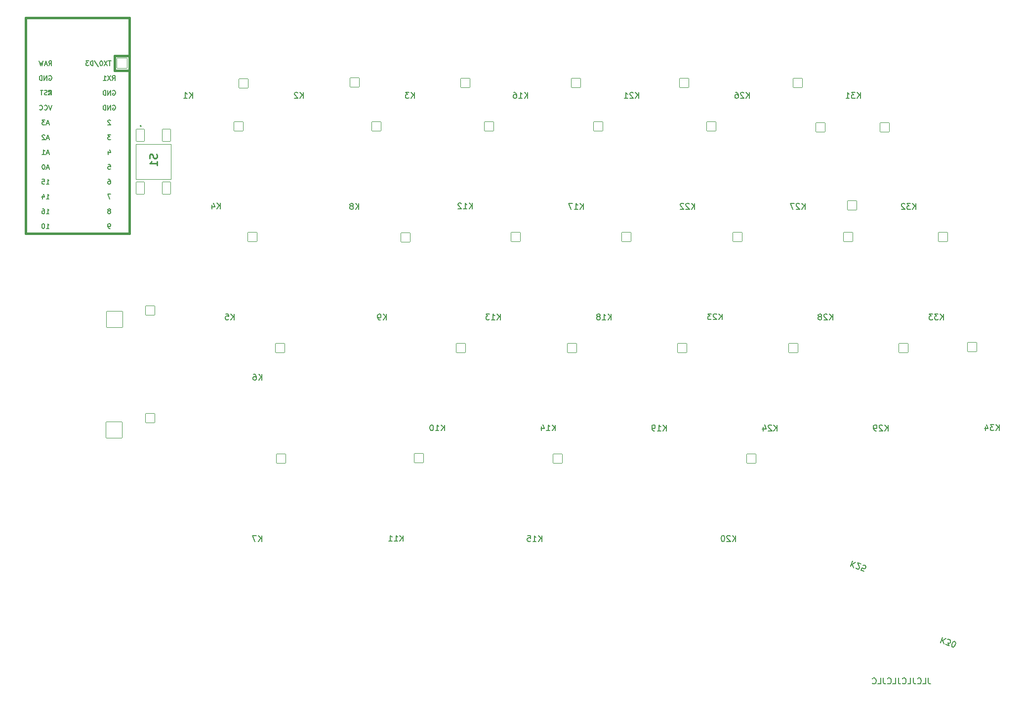
<source format=gbo>
G04 #@! TF.GenerationSoftware,KiCad,Pcbnew,(6.0.10-0)*
G04 #@! TF.CreationDate,2022-12-25T19:45:41-08:00*
G04 #@! TF.ProjectId,left,6c656674-2e6b-4696-9361-645f70636258,rev?*
G04 #@! TF.SameCoordinates,Original*
G04 #@! TF.FileFunction,Legend,Bot*
G04 #@! TF.FilePolarity,Positive*
%FSLAX46Y46*%
G04 Gerber Fmt 4.6, Leading zero omitted, Abs format (unit mm)*
G04 Created by KiCad (PCBNEW (6.0.10-0)) date 2022-12-25 19:45:41*
%MOMM*%
%LPD*%
G01*
G04 APERTURE LIST*
G04 Aperture macros list*
%AMRoundRect*
0 Rectangle with rounded corners*
0 $1 Rounding radius*
0 $2 $3 $4 $5 $6 $7 $8 $9 X,Y pos of 4 corners*
0 Add a 4 corners polygon primitive as box body*
4,1,4,$2,$3,$4,$5,$6,$7,$8,$9,$2,$3,0*
0 Add four circle primitives for the rounded corners*
1,1,$1+$1,$2,$3*
1,1,$1+$1,$4,$5*
1,1,$1+$1,$6,$7*
1,1,$1+$1,$8,$9*
0 Add four rect primitives between the rounded corners*
20,1,$1+$1,$2,$3,$4,$5,0*
20,1,$1+$1,$4,$5,$6,$7,0*
20,1,$1+$1,$6,$7,$8,$9,0*
20,1,$1+$1,$8,$9,$2,$3,0*%
%AMHorizOval*
0 Thick line with rounded ends*
0 $1 width*
0 $2 $3 position (X,Y) of the first rounded end (center of the circle)*
0 $4 $5 position (X,Y) of the second rounded end (center of the circle)*
0 Add line between two ends*
20,1,$1,$2,$3,$4,$5,0*
0 Add two circle primitives to create the rounded ends*
1,1,$1,$2,$3*
1,1,$1,$4,$5*%
G04 Aperture macros list end*
%ADD10C,0.150000*%
%ADD11C,0.200000*%
%ADD12C,0.254000*%
%ADD13C,0.100000*%
%ADD14C,0.381000*%
%ADD15R,1.752600X1.752600*%
%ADD16C,1.752600*%
%ADD17RoundRect,0.051000X0.800000X-0.800000X0.800000X0.800000X-0.800000X0.800000X-0.800000X-0.800000X0*%
%ADD18C,1.702000*%
%ADD19RoundRect,0.051000X0.800000X0.800000X-0.800000X0.800000X-0.800000X-0.800000X0.800000X-0.800000X0*%
%ADD20RoundRect,0.051000X1.025370X0.478138X-0.478138X1.025370X-1.025370X-0.478138X0.478138X-1.025370X0*%
%ADD21HorizOval,2.602000X-0.604462X-0.948815X0.604462X0.948815X0*%
%ADD22HorizOval,2.602000X-0.019724X-0.289328X0.019724X0.289328X0*%
%ADD23HorizOval,2.602000X0.604462X0.948815X-0.604462X-0.948815X0*%
%ADD24HorizOval,2.602000X0.019724X0.289328X-0.019724X-0.289328X0*%
%ADD25C,0.902000*%
%ADD26O,1.702000X2.102000*%
%ADD27HorizOval,2.602000X-0.892523X-0.684857X0.892523X0.684857X0*%
%ADD28HorizOval,2.602000X-0.117491X-0.265134X0.117491X0.265134X0*%
%ADD29RoundRect,0.051000X1.387500X-1.387500X1.387500X1.387500X-1.387500X1.387500X-1.387500X-1.387500X0*%
%ADD30C,2.877000*%
%ADD31RoundRect,0.051000X0.700000X1.050000X-0.700000X1.050000X-0.700000X-1.050000X0.700000X-1.050000X0*%
%ADD32RoundRect,0.051000X-0.876300X0.876300X-0.876300X-0.876300X0.876300X-0.876300X0.876300X0.876300X0*%
%ADD33C,1.854600*%
G04 APERTURE END LIST*
D10*
X193369047Y-143452380D02*
X193369047Y-144166666D01*
X193416666Y-144309523D01*
X193511904Y-144404761D01*
X193654761Y-144452380D01*
X193750000Y-144452380D01*
X192416666Y-144452380D02*
X192892857Y-144452380D01*
X192892857Y-143452380D01*
X191511904Y-144357142D02*
X191559523Y-144404761D01*
X191702380Y-144452380D01*
X191797619Y-144452380D01*
X191940476Y-144404761D01*
X192035714Y-144309523D01*
X192083333Y-144214285D01*
X192130952Y-144023809D01*
X192130952Y-143880952D01*
X192083333Y-143690476D01*
X192035714Y-143595238D01*
X191940476Y-143500000D01*
X191797619Y-143452380D01*
X191702380Y-143452380D01*
X191559523Y-143500000D01*
X191511904Y-143547619D01*
X190797619Y-143452380D02*
X190797619Y-144166666D01*
X190845238Y-144309523D01*
X190940476Y-144404761D01*
X191083333Y-144452380D01*
X191178571Y-144452380D01*
X189845238Y-144452380D02*
X190321428Y-144452380D01*
X190321428Y-143452380D01*
X188940476Y-144357142D02*
X188988095Y-144404761D01*
X189130952Y-144452380D01*
X189226190Y-144452380D01*
X189369047Y-144404761D01*
X189464285Y-144309523D01*
X189511904Y-144214285D01*
X189559523Y-144023809D01*
X189559523Y-143880952D01*
X189511904Y-143690476D01*
X189464285Y-143595238D01*
X189369047Y-143500000D01*
X189226190Y-143452380D01*
X189130952Y-143452380D01*
X188988095Y-143500000D01*
X188940476Y-143547619D01*
X188226190Y-143452380D02*
X188226190Y-144166666D01*
X188273809Y-144309523D01*
X188369047Y-144404761D01*
X188511904Y-144452380D01*
X188607142Y-144452380D01*
X187273809Y-144452380D02*
X187750000Y-144452380D01*
X187750000Y-143452380D01*
X186369047Y-144357142D02*
X186416666Y-144404761D01*
X186559523Y-144452380D01*
X186654761Y-144452380D01*
X186797619Y-144404761D01*
X186892857Y-144309523D01*
X186940476Y-144214285D01*
X186988095Y-144023809D01*
X186988095Y-143880952D01*
X186940476Y-143690476D01*
X186892857Y-143595238D01*
X186797619Y-143500000D01*
X186654761Y-143452380D01*
X186559523Y-143452380D01*
X186416666Y-143500000D01*
X186369047Y-143547619D01*
X185654761Y-143452380D02*
X185654761Y-144166666D01*
X185702380Y-144309523D01*
X185797619Y-144404761D01*
X185940476Y-144452380D01*
X186035714Y-144452380D01*
X184702380Y-144452380D02*
X185178571Y-144452380D01*
X185178571Y-143452380D01*
X183797619Y-144357142D02*
X183845238Y-144404761D01*
X183988095Y-144452380D01*
X184083333Y-144452380D01*
X184226190Y-144404761D01*
X184321428Y-144309523D01*
X184369047Y-144214285D01*
X184416666Y-144023809D01*
X184416666Y-143880952D01*
X184369047Y-143690476D01*
X184321428Y-143595238D01*
X184226190Y-143500000D01*
X184083333Y-143452380D01*
X183988095Y-143452380D01*
X183845238Y-143500000D01*
X183797619Y-143547619D01*
D11*
X67263095Y-44020380D02*
X67263095Y-43020380D01*
X66691666Y-44020380D02*
X67120238Y-43448952D01*
X66691666Y-43020380D02*
X67263095Y-43591809D01*
X65739285Y-44020380D02*
X66310714Y-44020380D01*
X66025000Y-44020380D02*
X66025000Y-43020380D01*
X66120238Y-43163238D01*
X66215476Y-43258476D01*
X66310714Y-43306095D01*
X86238095Y-44020380D02*
X86238095Y-43020380D01*
X85666666Y-44020380D02*
X86095238Y-43448952D01*
X85666666Y-43020380D02*
X86238095Y-43591809D01*
X85285714Y-43115619D02*
X85238095Y-43068000D01*
X85142857Y-43020380D01*
X84904761Y-43020380D01*
X84809523Y-43068000D01*
X84761904Y-43115619D01*
X84714285Y-43210857D01*
X84714285Y-43306095D01*
X84761904Y-43448952D01*
X85333333Y-44020380D01*
X84714285Y-44020380D01*
X105263095Y-43995380D02*
X105263095Y-42995380D01*
X104691666Y-43995380D02*
X105120238Y-43423952D01*
X104691666Y-42995380D02*
X105263095Y-43566809D01*
X104358333Y-42995380D02*
X103739285Y-42995380D01*
X104072619Y-43376333D01*
X103929761Y-43376333D01*
X103834523Y-43423952D01*
X103786904Y-43471571D01*
X103739285Y-43566809D01*
X103739285Y-43804904D01*
X103786904Y-43900142D01*
X103834523Y-43947761D01*
X103929761Y-43995380D01*
X104215476Y-43995380D01*
X104310714Y-43947761D01*
X104358333Y-43900142D01*
X72013095Y-62995380D02*
X72013095Y-61995380D01*
X71441666Y-62995380D02*
X71870238Y-62423952D01*
X71441666Y-61995380D02*
X72013095Y-62566809D01*
X70584523Y-62328714D02*
X70584523Y-62995380D01*
X70822619Y-61947761D02*
X71060714Y-62662047D01*
X70441666Y-62662047D01*
X74388095Y-81995380D02*
X74388095Y-80995380D01*
X73816666Y-81995380D02*
X74245238Y-81423952D01*
X73816666Y-80995380D02*
X74388095Y-81566809D01*
X72911904Y-80995380D02*
X73388095Y-80995380D01*
X73435714Y-81471571D01*
X73388095Y-81423952D01*
X73292857Y-81376333D01*
X73054761Y-81376333D01*
X72959523Y-81423952D01*
X72911904Y-81471571D01*
X72864285Y-81566809D01*
X72864285Y-81804904D01*
X72911904Y-81900142D01*
X72959523Y-81947761D01*
X73054761Y-81995380D01*
X73292857Y-81995380D01*
X73388095Y-81947761D01*
X73435714Y-81900142D01*
X79138095Y-92359380D02*
X79138095Y-91359380D01*
X78566666Y-92359380D02*
X78995238Y-91787952D01*
X78566666Y-91359380D02*
X79138095Y-91930809D01*
X77709523Y-91359380D02*
X77900000Y-91359380D01*
X77995238Y-91407000D01*
X78042857Y-91454619D01*
X78138095Y-91597476D01*
X78185714Y-91787952D01*
X78185714Y-92168904D01*
X78138095Y-92264142D01*
X78090476Y-92311761D01*
X77995238Y-92359380D01*
X77804761Y-92359380D01*
X77709523Y-92311761D01*
X77661904Y-92264142D01*
X77614285Y-92168904D01*
X77614285Y-91930809D01*
X77661904Y-91835571D01*
X77709523Y-91787952D01*
X77804761Y-91740333D01*
X77995238Y-91740333D01*
X78090476Y-91787952D01*
X78138095Y-91835571D01*
X78185714Y-91930809D01*
X79088095Y-120045380D02*
X79088095Y-119045380D01*
X78516666Y-120045380D02*
X78945238Y-119473952D01*
X78516666Y-119045380D02*
X79088095Y-119616809D01*
X78183333Y-119045380D02*
X77516666Y-119045380D01*
X77945238Y-120045380D01*
X95738095Y-63045380D02*
X95738095Y-62045380D01*
X95166666Y-63045380D02*
X95595238Y-62473952D01*
X95166666Y-62045380D02*
X95738095Y-62616809D01*
X94595238Y-62473952D02*
X94690476Y-62426333D01*
X94738095Y-62378714D01*
X94785714Y-62283476D01*
X94785714Y-62235857D01*
X94738095Y-62140619D01*
X94690476Y-62093000D01*
X94595238Y-62045380D01*
X94404761Y-62045380D01*
X94309523Y-62093000D01*
X94261904Y-62140619D01*
X94214285Y-62235857D01*
X94214285Y-62283476D01*
X94261904Y-62378714D01*
X94309523Y-62426333D01*
X94404761Y-62473952D01*
X94595238Y-62473952D01*
X94690476Y-62521571D01*
X94738095Y-62569190D01*
X94785714Y-62664428D01*
X94785714Y-62854904D01*
X94738095Y-62950142D01*
X94690476Y-62997761D01*
X94595238Y-63045380D01*
X94404761Y-63045380D01*
X94309523Y-62997761D01*
X94261904Y-62950142D01*
X94214285Y-62854904D01*
X94214285Y-62664428D01*
X94261904Y-62569190D01*
X94309523Y-62521571D01*
X94404761Y-62473952D01*
X100488095Y-82045380D02*
X100488095Y-81045380D01*
X99916666Y-82045380D02*
X100345238Y-81473952D01*
X99916666Y-81045380D02*
X100488095Y-81616809D01*
X99440476Y-82045380D02*
X99250000Y-82045380D01*
X99154761Y-81997761D01*
X99107142Y-81950142D01*
X99011904Y-81807285D01*
X98964285Y-81616809D01*
X98964285Y-81235857D01*
X99011904Y-81140619D01*
X99059523Y-81093000D01*
X99154761Y-81045380D01*
X99345238Y-81045380D01*
X99440476Y-81093000D01*
X99488095Y-81140619D01*
X99535714Y-81235857D01*
X99535714Y-81473952D01*
X99488095Y-81569190D01*
X99440476Y-81616809D01*
X99345238Y-81664428D01*
X99154761Y-81664428D01*
X99059523Y-81616809D01*
X99011904Y-81569190D01*
X98964285Y-81473952D01*
X110414285Y-101020380D02*
X110414285Y-100020380D01*
X109842857Y-101020380D02*
X110271428Y-100448952D01*
X109842857Y-100020380D02*
X110414285Y-100591809D01*
X108890476Y-101020380D02*
X109461904Y-101020380D01*
X109176190Y-101020380D02*
X109176190Y-100020380D01*
X109271428Y-100163238D01*
X109366666Y-100258476D01*
X109461904Y-100306095D01*
X108271428Y-100020380D02*
X108176190Y-100020380D01*
X108080952Y-100068000D01*
X108033333Y-100115619D01*
X107985714Y-100210857D01*
X107938095Y-100401333D01*
X107938095Y-100639428D01*
X107985714Y-100829904D01*
X108033333Y-100925142D01*
X108080952Y-100972761D01*
X108176190Y-101020380D01*
X108271428Y-101020380D01*
X108366666Y-100972761D01*
X108414285Y-100925142D01*
X108461904Y-100829904D01*
X108509523Y-100639428D01*
X108509523Y-100401333D01*
X108461904Y-100210857D01*
X108414285Y-100115619D01*
X108366666Y-100068000D01*
X108271428Y-100020380D01*
X103339285Y-119995380D02*
X103339285Y-118995380D01*
X102767857Y-119995380D02*
X103196428Y-119423952D01*
X102767857Y-118995380D02*
X103339285Y-119566809D01*
X101815476Y-119995380D02*
X102386904Y-119995380D01*
X102101190Y-119995380D02*
X102101190Y-118995380D01*
X102196428Y-119138238D01*
X102291666Y-119233476D01*
X102386904Y-119281095D01*
X100863095Y-119995380D02*
X101434523Y-119995380D01*
X101148809Y-119995380D02*
X101148809Y-118995380D01*
X101244047Y-119138238D01*
X101339285Y-119233476D01*
X101434523Y-119281095D01*
X115214285Y-62995380D02*
X115214285Y-61995380D01*
X114642857Y-62995380D02*
X115071428Y-62423952D01*
X114642857Y-61995380D02*
X115214285Y-62566809D01*
X113690476Y-62995380D02*
X114261904Y-62995380D01*
X113976190Y-62995380D02*
X113976190Y-61995380D01*
X114071428Y-62138238D01*
X114166666Y-62233476D01*
X114261904Y-62281095D01*
X113309523Y-62090619D02*
X113261904Y-62043000D01*
X113166666Y-61995380D01*
X112928571Y-61995380D01*
X112833333Y-62043000D01*
X112785714Y-62090619D01*
X112738095Y-62185857D01*
X112738095Y-62281095D01*
X112785714Y-62423952D01*
X113357142Y-62995380D01*
X112738095Y-62995380D01*
X119989285Y-81995380D02*
X119989285Y-80995380D01*
X119417857Y-81995380D02*
X119846428Y-81423952D01*
X119417857Y-80995380D02*
X119989285Y-81566809D01*
X118465476Y-81995380D02*
X119036904Y-81995380D01*
X118751190Y-81995380D02*
X118751190Y-80995380D01*
X118846428Y-81138238D01*
X118941666Y-81233476D01*
X119036904Y-81281095D01*
X118132142Y-80995380D02*
X117513095Y-80995380D01*
X117846428Y-81376333D01*
X117703571Y-81376333D01*
X117608333Y-81423952D01*
X117560714Y-81471571D01*
X117513095Y-81566809D01*
X117513095Y-81804904D01*
X117560714Y-81900142D01*
X117608333Y-81947761D01*
X117703571Y-81995380D01*
X117989285Y-81995380D01*
X118084523Y-81947761D01*
X118132142Y-81900142D01*
X129439285Y-101020380D02*
X129439285Y-100020380D01*
X128867857Y-101020380D02*
X129296428Y-100448952D01*
X128867857Y-100020380D02*
X129439285Y-100591809D01*
X127915476Y-101020380D02*
X128486904Y-101020380D01*
X128201190Y-101020380D02*
X128201190Y-100020380D01*
X128296428Y-100163238D01*
X128391666Y-100258476D01*
X128486904Y-100306095D01*
X127058333Y-100353714D02*
X127058333Y-101020380D01*
X127296428Y-99972761D02*
X127534523Y-100687047D01*
X126915476Y-100687047D01*
X127089285Y-120020380D02*
X127089285Y-119020380D01*
X126517857Y-120020380D02*
X126946428Y-119448952D01*
X126517857Y-119020380D02*
X127089285Y-119591809D01*
X125565476Y-120020380D02*
X126136904Y-120020380D01*
X125851190Y-120020380D02*
X125851190Y-119020380D01*
X125946428Y-119163238D01*
X126041666Y-119258476D01*
X126136904Y-119306095D01*
X124660714Y-119020380D02*
X125136904Y-119020380D01*
X125184523Y-119496571D01*
X125136904Y-119448952D01*
X125041666Y-119401333D01*
X124803571Y-119401333D01*
X124708333Y-119448952D01*
X124660714Y-119496571D01*
X124613095Y-119591809D01*
X124613095Y-119829904D01*
X124660714Y-119925142D01*
X124708333Y-119972761D01*
X124803571Y-120020380D01*
X125041666Y-120020380D01*
X125136904Y-119972761D01*
X125184523Y-119925142D01*
X124689285Y-43995380D02*
X124689285Y-42995380D01*
X124117857Y-43995380D02*
X124546428Y-43423952D01*
X124117857Y-42995380D02*
X124689285Y-43566809D01*
X123165476Y-43995380D02*
X123736904Y-43995380D01*
X123451190Y-43995380D02*
X123451190Y-42995380D01*
X123546428Y-43138238D01*
X123641666Y-43233476D01*
X123736904Y-43281095D01*
X122308333Y-42995380D02*
X122498809Y-42995380D01*
X122594047Y-43043000D01*
X122641666Y-43090619D01*
X122736904Y-43233476D01*
X122784523Y-43423952D01*
X122784523Y-43804904D01*
X122736904Y-43900142D01*
X122689285Y-43947761D01*
X122594047Y-43995380D01*
X122403571Y-43995380D01*
X122308333Y-43947761D01*
X122260714Y-43900142D01*
X122213095Y-43804904D01*
X122213095Y-43566809D01*
X122260714Y-43471571D01*
X122308333Y-43423952D01*
X122403571Y-43376333D01*
X122594047Y-43376333D01*
X122689285Y-43423952D01*
X122736904Y-43471571D01*
X122784523Y-43566809D01*
X134214285Y-63020380D02*
X134214285Y-62020380D01*
X133642857Y-63020380D02*
X134071428Y-62448952D01*
X133642857Y-62020380D02*
X134214285Y-62591809D01*
X132690476Y-63020380D02*
X133261904Y-63020380D01*
X132976190Y-63020380D02*
X132976190Y-62020380D01*
X133071428Y-62163238D01*
X133166666Y-62258476D01*
X133261904Y-62306095D01*
X132357142Y-62020380D02*
X131690476Y-62020380D01*
X132119047Y-63020380D01*
X139014285Y-82020380D02*
X139014285Y-81020380D01*
X138442857Y-82020380D02*
X138871428Y-81448952D01*
X138442857Y-81020380D02*
X139014285Y-81591809D01*
X137490476Y-82020380D02*
X138061904Y-82020380D01*
X137776190Y-82020380D02*
X137776190Y-81020380D01*
X137871428Y-81163238D01*
X137966666Y-81258476D01*
X138061904Y-81306095D01*
X136919047Y-81448952D02*
X137014285Y-81401333D01*
X137061904Y-81353714D01*
X137109523Y-81258476D01*
X137109523Y-81210857D01*
X137061904Y-81115619D01*
X137014285Y-81068000D01*
X136919047Y-81020380D01*
X136728571Y-81020380D01*
X136633333Y-81068000D01*
X136585714Y-81115619D01*
X136538095Y-81210857D01*
X136538095Y-81258476D01*
X136585714Y-81353714D01*
X136633333Y-81401333D01*
X136728571Y-81448952D01*
X136919047Y-81448952D01*
X137014285Y-81496571D01*
X137061904Y-81544190D01*
X137109523Y-81639428D01*
X137109523Y-81829904D01*
X137061904Y-81925142D01*
X137014285Y-81972761D01*
X136919047Y-82020380D01*
X136728571Y-82020380D01*
X136633333Y-81972761D01*
X136585714Y-81925142D01*
X136538095Y-81829904D01*
X136538095Y-81639428D01*
X136585714Y-81544190D01*
X136633333Y-81496571D01*
X136728571Y-81448952D01*
X148439285Y-101045380D02*
X148439285Y-100045380D01*
X147867857Y-101045380D02*
X148296428Y-100473952D01*
X147867857Y-100045380D02*
X148439285Y-100616809D01*
X146915476Y-101045380D02*
X147486904Y-101045380D01*
X147201190Y-101045380D02*
X147201190Y-100045380D01*
X147296428Y-100188238D01*
X147391666Y-100283476D01*
X147486904Y-100331095D01*
X146439285Y-101045380D02*
X146248809Y-101045380D01*
X146153571Y-100997761D01*
X146105952Y-100950142D01*
X146010714Y-100807285D01*
X145963095Y-100616809D01*
X145963095Y-100235857D01*
X146010714Y-100140619D01*
X146058333Y-100093000D01*
X146153571Y-100045380D01*
X146344047Y-100045380D01*
X146439285Y-100093000D01*
X146486904Y-100140619D01*
X146534523Y-100235857D01*
X146534523Y-100473952D01*
X146486904Y-100569190D01*
X146439285Y-100616809D01*
X146344047Y-100664428D01*
X146153571Y-100664428D01*
X146058333Y-100616809D01*
X146010714Y-100569190D01*
X145963095Y-100473952D01*
X160339285Y-120020380D02*
X160339285Y-119020380D01*
X159767857Y-120020380D02*
X160196428Y-119448952D01*
X159767857Y-119020380D02*
X160339285Y-119591809D01*
X159386904Y-119115619D02*
X159339285Y-119068000D01*
X159244047Y-119020380D01*
X159005952Y-119020380D01*
X158910714Y-119068000D01*
X158863095Y-119115619D01*
X158815476Y-119210857D01*
X158815476Y-119306095D01*
X158863095Y-119448952D01*
X159434523Y-120020380D01*
X158815476Y-120020380D01*
X158196428Y-119020380D02*
X158101190Y-119020380D01*
X158005952Y-119068000D01*
X157958333Y-119115619D01*
X157910714Y-119210857D01*
X157863095Y-119401333D01*
X157863095Y-119639428D01*
X157910714Y-119829904D01*
X157958333Y-119925142D01*
X158005952Y-119972761D01*
X158101190Y-120020380D01*
X158196428Y-120020380D01*
X158291666Y-119972761D01*
X158339285Y-119925142D01*
X158386904Y-119829904D01*
X158434523Y-119639428D01*
X158434523Y-119401333D01*
X158386904Y-119210857D01*
X158339285Y-119115619D01*
X158291666Y-119068000D01*
X158196428Y-119020380D01*
X143714285Y-44020380D02*
X143714285Y-43020380D01*
X143142857Y-44020380D02*
X143571428Y-43448952D01*
X143142857Y-43020380D02*
X143714285Y-43591809D01*
X142761904Y-43115619D02*
X142714285Y-43068000D01*
X142619047Y-43020380D01*
X142380952Y-43020380D01*
X142285714Y-43068000D01*
X142238095Y-43115619D01*
X142190476Y-43210857D01*
X142190476Y-43306095D01*
X142238095Y-43448952D01*
X142809523Y-44020380D01*
X142190476Y-44020380D01*
X141238095Y-44020380D02*
X141809523Y-44020380D01*
X141523809Y-44020380D02*
X141523809Y-43020380D01*
X141619047Y-43163238D01*
X141714285Y-43258476D01*
X141809523Y-43306095D01*
X153314285Y-63020380D02*
X153314285Y-62020380D01*
X152742857Y-63020380D02*
X153171428Y-62448952D01*
X152742857Y-62020380D02*
X153314285Y-62591809D01*
X152361904Y-62115619D02*
X152314285Y-62068000D01*
X152219047Y-62020380D01*
X151980952Y-62020380D01*
X151885714Y-62068000D01*
X151838095Y-62115619D01*
X151790476Y-62210857D01*
X151790476Y-62306095D01*
X151838095Y-62448952D01*
X152409523Y-63020380D01*
X151790476Y-63020380D01*
X151409523Y-62115619D02*
X151361904Y-62068000D01*
X151266666Y-62020380D01*
X151028571Y-62020380D01*
X150933333Y-62068000D01*
X150885714Y-62115619D01*
X150838095Y-62210857D01*
X150838095Y-62306095D01*
X150885714Y-62448952D01*
X151457142Y-63020380D01*
X150838095Y-63020380D01*
X158014285Y-81970380D02*
X158014285Y-80970380D01*
X157442857Y-81970380D02*
X157871428Y-81398952D01*
X157442857Y-80970380D02*
X158014285Y-81541809D01*
X157061904Y-81065619D02*
X157014285Y-81018000D01*
X156919047Y-80970380D01*
X156680952Y-80970380D01*
X156585714Y-81018000D01*
X156538095Y-81065619D01*
X156490476Y-81160857D01*
X156490476Y-81256095D01*
X156538095Y-81398952D01*
X157109523Y-81970380D01*
X156490476Y-81970380D01*
X156157142Y-80970380D02*
X155538095Y-80970380D01*
X155871428Y-81351333D01*
X155728571Y-81351333D01*
X155633333Y-81398952D01*
X155585714Y-81446571D01*
X155538095Y-81541809D01*
X155538095Y-81779904D01*
X155585714Y-81875142D01*
X155633333Y-81922761D01*
X155728571Y-81970380D01*
X156014285Y-81970380D01*
X156109523Y-81922761D01*
X156157142Y-81875142D01*
X167439285Y-101045380D02*
X167439285Y-100045380D01*
X166867857Y-101045380D02*
X167296428Y-100473952D01*
X166867857Y-100045380D02*
X167439285Y-100616809D01*
X166486904Y-100140619D02*
X166439285Y-100093000D01*
X166344047Y-100045380D01*
X166105952Y-100045380D01*
X166010714Y-100093000D01*
X165963095Y-100140619D01*
X165915476Y-100235857D01*
X165915476Y-100331095D01*
X165963095Y-100473952D01*
X166534523Y-101045380D01*
X165915476Y-101045380D01*
X165058333Y-100378714D02*
X165058333Y-101045380D01*
X165296428Y-99997761D02*
X165534523Y-100712047D01*
X164915476Y-100712047D01*
X162689285Y-43995380D02*
X162689285Y-42995380D01*
X162117857Y-43995380D02*
X162546428Y-43423952D01*
X162117857Y-42995380D02*
X162689285Y-43566809D01*
X161736904Y-43090619D02*
X161689285Y-43043000D01*
X161594047Y-42995380D01*
X161355952Y-42995380D01*
X161260714Y-43043000D01*
X161213095Y-43090619D01*
X161165476Y-43185857D01*
X161165476Y-43281095D01*
X161213095Y-43423952D01*
X161784523Y-43995380D01*
X161165476Y-43995380D01*
X160308333Y-42995380D02*
X160498809Y-42995380D01*
X160594047Y-43043000D01*
X160641666Y-43090619D01*
X160736904Y-43233476D01*
X160784523Y-43423952D01*
X160784523Y-43804904D01*
X160736904Y-43900142D01*
X160689285Y-43947761D01*
X160594047Y-43995380D01*
X160403571Y-43995380D01*
X160308333Y-43947761D01*
X160260714Y-43900142D01*
X160213095Y-43804904D01*
X160213095Y-43566809D01*
X160260714Y-43471571D01*
X160308333Y-43423952D01*
X160403571Y-43376333D01*
X160594047Y-43376333D01*
X160689285Y-43423952D01*
X160736904Y-43471571D01*
X160784523Y-43566809D01*
X172214285Y-63020380D02*
X172214285Y-62020380D01*
X171642857Y-63020380D02*
X172071428Y-62448952D01*
X171642857Y-62020380D02*
X172214285Y-62591809D01*
X171261904Y-62115619D02*
X171214285Y-62068000D01*
X171119047Y-62020380D01*
X170880952Y-62020380D01*
X170785714Y-62068000D01*
X170738095Y-62115619D01*
X170690476Y-62210857D01*
X170690476Y-62306095D01*
X170738095Y-62448952D01*
X171309523Y-63020380D01*
X170690476Y-63020380D01*
X170357142Y-62020380D02*
X169690476Y-62020380D01*
X170119047Y-63020380D01*
X176964285Y-82020380D02*
X176964285Y-81020380D01*
X176392857Y-82020380D02*
X176821428Y-81448952D01*
X176392857Y-81020380D02*
X176964285Y-81591809D01*
X176011904Y-81115619D02*
X175964285Y-81068000D01*
X175869047Y-81020380D01*
X175630952Y-81020380D01*
X175535714Y-81068000D01*
X175488095Y-81115619D01*
X175440476Y-81210857D01*
X175440476Y-81306095D01*
X175488095Y-81448952D01*
X176059523Y-82020380D01*
X175440476Y-82020380D01*
X174869047Y-81448952D02*
X174964285Y-81401333D01*
X175011904Y-81353714D01*
X175059523Y-81258476D01*
X175059523Y-81210857D01*
X175011904Y-81115619D01*
X174964285Y-81068000D01*
X174869047Y-81020380D01*
X174678571Y-81020380D01*
X174583333Y-81068000D01*
X174535714Y-81115619D01*
X174488095Y-81210857D01*
X174488095Y-81258476D01*
X174535714Y-81353714D01*
X174583333Y-81401333D01*
X174678571Y-81448952D01*
X174869047Y-81448952D01*
X174964285Y-81496571D01*
X175011904Y-81544190D01*
X175059523Y-81639428D01*
X175059523Y-81829904D01*
X175011904Y-81925142D01*
X174964285Y-81972761D01*
X174869047Y-82020380D01*
X174678571Y-82020380D01*
X174583333Y-81972761D01*
X174535714Y-81925142D01*
X174488095Y-81829904D01*
X174488095Y-81639428D01*
X174535714Y-81544190D01*
X174583333Y-81496571D01*
X174678571Y-81448952D01*
X186439285Y-101045380D02*
X186439285Y-100045380D01*
X185867857Y-101045380D02*
X186296428Y-100473952D01*
X185867857Y-100045380D02*
X186439285Y-100616809D01*
X185486904Y-100140619D02*
X185439285Y-100093000D01*
X185344047Y-100045380D01*
X185105952Y-100045380D01*
X185010714Y-100093000D01*
X184963095Y-100140619D01*
X184915476Y-100235857D01*
X184915476Y-100331095D01*
X184963095Y-100473952D01*
X185534523Y-101045380D01*
X184915476Y-101045380D01*
X184439285Y-101045380D02*
X184248809Y-101045380D01*
X184153571Y-100997761D01*
X184105952Y-100950142D01*
X184010714Y-100807285D01*
X183963095Y-100616809D01*
X183963095Y-100235857D01*
X184010714Y-100140619D01*
X184058333Y-100093000D01*
X184153571Y-100045380D01*
X184344047Y-100045380D01*
X184439285Y-100093000D01*
X184486904Y-100140619D01*
X184534523Y-100235857D01*
X184534523Y-100473952D01*
X184486904Y-100569190D01*
X184439285Y-100616809D01*
X184344047Y-100664428D01*
X184153571Y-100664428D01*
X184058333Y-100616809D01*
X184010714Y-100569190D01*
X183963095Y-100473952D01*
X181714285Y-44020380D02*
X181714285Y-43020380D01*
X181142857Y-44020380D02*
X181571428Y-43448952D01*
X181142857Y-43020380D02*
X181714285Y-43591809D01*
X180809523Y-43020380D02*
X180190476Y-43020380D01*
X180523809Y-43401333D01*
X180380952Y-43401333D01*
X180285714Y-43448952D01*
X180238095Y-43496571D01*
X180190476Y-43591809D01*
X180190476Y-43829904D01*
X180238095Y-43925142D01*
X180285714Y-43972761D01*
X180380952Y-44020380D01*
X180666666Y-44020380D01*
X180761904Y-43972761D01*
X180809523Y-43925142D01*
X179238095Y-44020380D02*
X179809523Y-44020380D01*
X179523809Y-44020380D02*
X179523809Y-43020380D01*
X179619047Y-43163238D01*
X179714285Y-43258476D01*
X179809523Y-43306095D01*
X191214285Y-63070380D02*
X191214285Y-62070380D01*
X190642857Y-63070380D02*
X191071428Y-62498952D01*
X190642857Y-62070380D02*
X191214285Y-62641809D01*
X190309523Y-62070380D02*
X189690476Y-62070380D01*
X190023809Y-62451333D01*
X189880952Y-62451333D01*
X189785714Y-62498952D01*
X189738095Y-62546571D01*
X189690476Y-62641809D01*
X189690476Y-62879904D01*
X189738095Y-62975142D01*
X189785714Y-63022761D01*
X189880952Y-63070380D01*
X190166666Y-63070380D01*
X190261904Y-63022761D01*
X190309523Y-62975142D01*
X189309523Y-62165619D02*
X189261904Y-62118000D01*
X189166666Y-62070380D01*
X188928571Y-62070380D01*
X188833333Y-62118000D01*
X188785714Y-62165619D01*
X188738095Y-62260857D01*
X188738095Y-62356095D01*
X188785714Y-62498952D01*
X189357142Y-63070380D01*
X188738095Y-63070380D01*
X195964285Y-81995380D02*
X195964285Y-80995380D01*
X195392857Y-81995380D02*
X195821428Y-81423952D01*
X195392857Y-80995380D02*
X195964285Y-81566809D01*
X195059523Y-80995380D02*
X194440476Y-80995380D01*
X194773809Y-81376333D01*
X194630952Y-81376333D01*
X194535714Y-81423952D01*
X194488095Y-81471571D01*
X194440476Y-81566809D01*
X194440476Y-81804904D01*
X194488095Y-81900142D01*
X194535714Y-81947761D01*
X194630952Y-81995380D01*
X194916666Y-81995380D01*
X195011904Y-81947761D01*
X195059523Y-81900142D01*
X194107142Y-80995380D02*
X193488095Y-80995380D01*
X193821428Y-81376333D01*
X193678571Y-81376333D01*
X193583333Y-81423952D01*
X193535714Y-81471571D01*
X193488095Y-81566809D01*
X193488095Y-81804904D01*
X193535714Y-81900142D01*
X193583333Y-81947761D01*
X193678571Y-81995380D01*
X193964285Y-81995380D01*
X194059523Y-81947761D01*
X194107142Y-81900142D01*
X205489285Y-100995380D02*
X205489285Y-99995380D01*
X204917857Y-100995380D02*
X205346428Y-100423952D01*
X204917857Y-99995380D02*
X205489285Y-100566809D01*
X204584523Y-99995380D02*
X203965476Y-99995380D01*
X204298809Y-100376333D01*
X204155952Y-100376333D01*
X204060714Y-100423952D01*
X204013095Y-100471571D01*
X203965476Y-100566809D01*
X203965476Y-100804904D01*
X204013095Y-100900142D01*
X204060714Y-100947761D01*
X204155952Y-100995380D01*
X204441666Y-100995380D01*
X204536904Y-100947761D01*
X204584523Y-100900142D01*
X203108333Y-100328714D02*
X203108333Y-100995380D01*
X203346428Y-99947761D02*
X203584523Y-100662047D01*
X202965476Y-100662047D01*
X180361825Y-123367183D02*
X180019804Y-124306876D01*
X180898792Y-123562623D02*
X180300626Y-123953011D01*
X180556772Y-124502316D02*
X180215245Y-123769909D01*
X180947323Y-124543115D02*
X180975784Y-124604149D01*
X181048992Y-124681469D01*
X181272728Y-124762903D01*
X181378509Y-124750729D01*
X181439543Y-124722268D01*
X181516864Y-124649060D01*
X181549437Y-124559566D01*
X181553550Y-124409037D01*
X181212023Y-123676630D01*
X181793737Y-123888357D01*
X182301915Y-125137496D02*
X181854442Y-124974630D01*
X181972562Y-124510870D01*
X182001022Y-124571904D01*
X182074230Y-124649225D01*
X182297967Y-124730658D01*
X182403748Y-124718484D01*
X182464782Y-124690024D01*
X182542102Y-124616816D01*
X182623536Y-124393079D01*
X182611362Y-124287298D01*
X182582901Y-124226264D01*
X182509693Y-124148944D01*
X182285957Y-124067510D01*
X182180176Y-124079684D01*
X182119142Y-124108145D01*
X195811825Y-136442183D02*
X195469804Y-137381876D01*
X196348792Y-136637623D02*
X195750626Y-137028011D01*
X196006772Y-137577316D02*
X195665245Y-136844909D01*
X196320003Y-137691323D02*
X196901717Y-137903049D01*
X196718780Y-137431065D01*
X196853021Y-137479925D01*
X196958803Y-137467751D01*
X197019836Y-137439290D01*
X197097157Y-137366082D01*
X197178590Y-137142346D01*
X197166417Y-137036565D01*
X197137956Y-136975531D01*
X197064748Y-136898210D01*
X196796264Y-136800490D01*
X196690483Y-136812664D01*
X196629449Y-136841125D01*
X197483431Y-138114776D02*
X197572926Y-138147350D01*
X197678707Y-138135176D01*
X197739741Y-138106715D01*
X197817062Y-138033507D01*
X197926956Y-137870805D01*
X198008389Y-137647068D01*
X198028789Y-137451793D01*
X198016615Y-137346011D01*
X197988154Y-137284978D01*
X197914946Y-137207657D01*
X197825452Y-137175084D01*
X197719670Y-137187258D01*
X197658636Y-137215718D01*
X197581316Y-137288926D01*
X197471422Y-137451628D01*
X197389989Y-137675365D01*
X197369589Y-137870640D01*
X197381763Y-137976422D01*
X197410224Y-138037456D01*
X197483431Y-138114776D01*
D12*
X61064047Y-53612380D02*
X61124523Y-53793809D01*
X61124523Y-54096190D01*
X61064047Y-54217142D01*
X61003571Y-54277619D01*
X60882619Y-54338095D01*
X60761666Y-54338095D01*
X60640714Y-54277619D01*
X60580238Y-54217142D01*
X60519761Y-54096190D01*
X60459285Y-53854285D01*
X60398809Y-53733333D01*
X60338333Y-53672857D01*
X60217380Y-53612380D01*
X60096428Y-53612380D01*
X59975476Y-53672857D01*
X59915000Y-53733333D01*
X59854523Y-53854285D01*
X59854523Y-54156666D01*
X59915000Y-54338095D01*
X61124523Y-55547619D02*
X61124523Y-54821904D01*
X61124523Y-55184761D02*
X59854523Y-55184761D01*
X60035952Y-55063809D01*
X60156904Y-54942857D01*
X60217380Y-54821904D01*
D10*
X53570523Y-42710000D02*
X53646714Y-42671904D01*
X53761000Y-42671904D01*
X53875285Y-42710000D01*
X53951476Y-42786190D01*
X53989571Y-42862380D01*
X54027666Y-43014761D01*
X54027666Y-43129047D01*
X53989571Y-43281428D01*
X53951476Y-43357619D01*
X53875285Y-43433809D01*
X53761000Y-43471904D01*
X53684809Y-43471904D01*
X53570523Y-43433809D01*
X53532428Y-43395714D01*
X53532428Y-43129047D01*
X53684809Y-43129047D01*
X53189571Y-43471904D02*
X53189571Y-42671904D01*
X52732428Y-43471904D01*
X52732428Y-42671904D01*
X52351476Y-43471904D02*
X52351476Y-42671904D01*
X52161000Y-42671904D01*
X52046714Y-42710000D01*
X51970523Y-42786190D01*
X51932428Y-42862380D01*
X51894333Y-43014761D01*
X51894333Y-43129047D01*
X51932428Y-43281428D01*
X51970523Y-43357619D01*
X52046714Y-43433809D01*
X52161000Y-43471904D01*
X52351476Y-43471904D01*
X42610428Y-50863333D02*
X42229476Y-50863333D01*
X42686619Y-51091904D02*
X42419952Y-50291904D01*
X42153285Y-51091904D01*
X41924714Y-50368095D02*
X41886619Y-50330000D01*
X41810428Y-50291904D01*
X41619952Y-50291904D01*
X41543761Y-50330000D01*
X41505666Y-50368095D01*
X41467571Y-50444285D01*
X41467571Y-50520476D01*
X41505666Y-50634761D01*
X41962809Y-51091904D01*
X41467571Y-51091904D01*
X53227666Y-50291904D02*
X52732428Y-50291904D01*
X52999095Y-50596666D01*
X52884809Y-50596666D01*
X52808619Y-50634761D01*
X52770523Y-50672857D01*
X52732428Y-50749047D01*
X52732428Y-50939523D01*
X52770523Y-51015714D01*
X52808619Y-51053809D01*
X52884809Y-51091904D01*
X53113380Y-51091904D01*
X53189571Y-51053809D01*
X53227666Y-51015714D01*
X52808619Y-57911904D02*
X52961000Y-57911904D01*
X53037190Y-57950000D01*
X53075285Y-57988095D01*
X53151476Y-58102380D01*
X53189571Y-58254761D01*
X53189571Y-58559523D01*
X53151476Y-58635714D01*
X53113380Y-58673809D01*
X53037190Y-58711904D01*
X52884809Y-58711904D01*
X52808619Y-58673809D01*
X52770523Y-58635714D01*
X52732428Y-58559523D01*
X52732428Y-58369047D01*
X52770523Y-58292857D01*
X52808619Y-58254761D01*
X52884809Y-58216666D01*
X53037190Y-58216666D01*
X53113380Y-58254761D01*
X53151476Y-58292857D01*
X53189571Y-58369047D01*
X42610428Y-48323333D02*
X42229476Y-48323333D01*
X42686619Y-48551904D02*
X42419952Y-47751904D01*
X42153285Y-48551904D01*
X41962809Y-47751904D02*
X41467571Y-47751904D01*
X41734238Y-48056666D01*
X41619952Y-48056666D01*
X41543761Y-48094761D01*
X41505666Y-48132857D01*
X41467571Y-48209047D01*
X41467571Y-48399523D01*
X41505666Y-48475714D01*
X41543761Y-48513809D01*
X41619952Y-48551904D01*
X41848523Y-48551904D01*
X41924714Y-48513809D01*
X41962809Y-48475714D01*
X52808619Y-53098571D02*
X52808619Y-53631904D01*
X52999095Y-52793809D02*
X53189571Y-53365238D01*
X52694333Y-53365238D01*
X42591380Y-38391904D02*
X42858047Y-38010952D01*
X43048523Y-38391904D02*
X43048523Y-37591904D01*
X42743761Y-37591904D01*
X42667571Y-37630000D01*
X42629476Y-37668095D01*
X42591380Y-37744285D01*
X42591380Y-37858571D01*
X42629476Y-37934761D01*
X42667571Y-37972857D01*
X42743761Y-38010952D01*
X43048523Y-38010952D01*
X42286619Y-38163333D02*
X41905666Y-38163333D01*
X42362809Y-38391904D02*
X42096142Y-37591904D01*
X41829476Y-38391904D01*
X41639000Y-37591904D02*
X41448523Y-38391904D01*
X41296142Y-37820476D01*
X41143761Y-38391904D01*
X40953285Y-37591904D01*
X42191380Y-63791904D02*
X42648523Y-63791904D01*
X42419952Y-63791904D02*
X42419952Y-62991904D01*
X42496142Y-63106190D01*
X42572333Y-63182380D01*
X42648523Y-63220476D01*
X41505666Y-62991904D02*
X41658047Y-62991904D01*
X41734238Y-63030000D01*
X41772333Y-63068095D01*
X41848523Y-63182380D01*
X41886619Y-63334761D01*
X41886619Y-63639523D01*
X41848523Y-63715714D01*
X41810428Y-63753809D01*
X41734238Y-63791904D01*
X41581857Y-63791904D01*
X41505666Y-63753809D01*
X41467571Y-63715714D01*
X41429476Y-63639523D01*
X41429476Y-63449047D01*
X41467571Y-63372857D01*
X41505666Y-63334761D01*
X41581857Y-63296666D01*
X41734238Y-63296666D01*
X41810428Y-63334761D01*
X41848523Y-63372857D01*
X41886619Y-63449047D01*
X42610428Y-53403333D02*
X42229476Y-53403333D01*
X42686619Y-53631904D02*
X42419952Y-52831904D01*
X42153285Y-53631904D01*
X41467571Y-53631904D02*
X41924714Y-53631904D01*
X41696142Y-53631904D02*
X41696142Y-52831904D01*
X41772333Y-52946190D01*
X41848523Y-53022380D01*
X41924714Y-53060476D01*
X42610428Y-55943333D02*
X42229476Y-55943333D01*
X42686619Y-56171904D02*
X42419952Y-55371904D01*
X42153285Y-56171904D01*
X41734238Y-55371904D02*
X41658047Y-55371904D01*
X41581857Y-55410000D01*
X41543761Y-55448095D01*
X41505666Y-55524285D01*
X41467571Y-55676666D01*
X41467571Y-55867142D01*
X41505666Y-56019523D01*
X41543761Y-56095714D01*
X41581857Y-56133809D01*
X41658047Y-56171904D01*
X41734238Y-56171904D01*
X41810428Y-56133809D01*
X41848523Y-56095714D01*
X41886619Y-56019523D01*
X41924714Y-55867142D01*
X41924714Y-55676666D01*
X41886619Y-55524285D01*
X41848523Y-55448095D01*
X41810428Y-55410000D01*
X41734238Y-55371904D01*
X53227666Y-60451904D02*
X52694333Y-60451904D01*
X53037190Y-61251904D01*
X53189571Y-47828095D02*
X53151476Y-47790000D01*
X53075285Y-47751904D01*
X52884809Y-47751904D01*
X52808619Y-47790000D01*
X52770523Y-47828095D01*
X52732428Y-47904285D01*
X52732428Y-47980476D01*
X52770523Y-48094761D01*
X53227666Y-48551904D01*
X52732428Y-48551904D01*
X42191380Y-58711904D02*
X42648523Y-58711904D01*
X42419952Y-58711904D02*
X42419952Y-57911904D01*
X42496142Y-58026190D01*
X42572333Y-58102380D01*
X42648523Y-58140476D01*
X41467571Y-57911904D02*
X41848523Y-57911904D01*
X41886619Y-58292857D01*
X41848523Y-58254761D01*
X41772333Y-58216666D01*
X41581857Y-58216666D01*
X41505666Y-58254761D01*
X41467571Y-58292857D01*
X41429476Y-58369047D01*
X41429476Y-58559523D01*
X41467571Y-58635714D01*
X41505666Y-58673809D01*
X41581857Y-58711904D01*
X41772333Y-58711904D01*
X41848523Y-58673809D01*
X41886619Y-58635714D01*
X42648523Y-40170000D02*
X42724714Y-40131904D01*
X42839000Y-40131904D01*
X42953285Y-40170000D01*
X43029476Y-40246190D01*
X43067571Y-40322380D01*
X43105666Y-40474761D01*
X43105666Y-40589047D01*
X43067571Y-40741428D01*
X43029476Y-40817619D01*
X42953285Y-40893809D01*
X42839000Y-40931904D01*
X42762809Y-40931904D01*
X42648523Y-40893809D01*
X42610428Y-40855714D01*
X42610428Y-40589047D01*
X42762809Y-40589047D01*
X42267571Y-40931904D02*
X42267571Y-40131904D01*
X41810428Y-40931904D01*
X41810428Y-40131904D01*
X41429476Y-40931904D02*
X41429476Y-40131904D01*
X41239000Y-40131904D01*
X41124714Y-40170000D01*
X41048523Y-40246190D01*
X41010428Y-40322380D01*
X40972333Y-40474761D01*
X40972333Y-40589047D01*
X41010428Y-40741428D01*
X41048523Y-40817619D01*
X41124714Y-40893809D01*
X41239000Y-40931904D01*
X41429476Y-40931904D01*
X53570523Y-45250000D02*
X53646714Y-45211904D01*
X53761000Y-45211904D01*
X53875285Y-45250000D01*
X53951476Y-45326190D01*
X53989571Y-45402380D01*
X54027666Y-45554761D01*
X54027666Y-45669047D01*
X53989571Y-45821428D01*
X53951476Y-45897619D01*
X53875285Y-45973809D01*
X53761000Y-46011904D01*
X53684809Y-46011904D01*
X53570523Y-45973809D01*
X53532428Y-45935714D01*
X53532428Y-45669047D01*
X53684809Y-45669047D01*
X53189571Y-46011904D02*
X53189571Y-45211904D01*
X52732428Y-46011904D01*
X52732428Y-45211904D01*
X52351476Y-46011904D02*
X52351476Y-45211904D01*
X52161000Y-45211904D01*
X52046714Y-45250000D01*
X51970523Y-45326190D01*
X51932428Y-45402380D01*
X51894333Y-45554761D01*
X51894333Y-45669047D01*
X51932428Y-45821428D01*
X51970523Y-45897619D01*
X52046714Y-45973809D01*
X52161000Y-46011904D01*
X52351476Y-46011904D01*
X42191380Y-61251904D02*
X42648523Y-61251904D01*
X42419952Y-61251904D02*
X42419952Y-60451904D01*
X42496142Y-60566190D01*
X42572333Y-60642380D01*
X42648523Y-60680476D01*
X41505666Y-60718571D02*
X41505666Y-61251904D01*
X41696142Y-60413809D02*
X41886619Y-60985238D01*
X41391380Y-60985238D01*
X42300213Y-43403809D02*
X42185927Y-43441904D01*
X41995451Y-43441904D01*
X41919260Y-43403809D01*
X41881165Y-43365714D01*
X41843070Y-43289523D01*
X41843070Y-43213333D01*
X41881165Y-43137142D01*
X41919260Y-43099047D01*
X41995451Y-43060952D01*
X42147832Y-43022857D01*
X42224022Y-42984761D01*
X42262118Y-42946666D01*
X42300213Y-42870476D01*
X42300213Y-42794285D01*
X42262118Y-42718095D01*
X42224022Y-42680000D01*
X42147832Y-42641904D01*
X41957356Y-42641904D01*
X41843070Y-42680000D01*
X41614499Y-42641904D02*
X41157356Y-42641904D01*
X41385927Y-43441904D02*
X41385927Y-42641904D01*
X53475285Y-40931904D02*
X53741952Y-40550952D01*
X53932428Y-40931904D02*
X53932428Y-40131904D01*
X53627666Y-40131904D01*
X53551476Y-40170000D01*
X53513380Y-40208095D01*
X53475285Y-40284285D01*
X53475285Y-40398571D01*
X53513380Y-40474761D01*
X53551476Y-40512857D01*
X53627666Y-40550952D01*
X53932428Y-40550952D01*
X53208619Y-40131904D02*
X52675285Y-40931904D01*
X52675285Y-40131904D02*
X53208619Y-40931904D01*
X51951476Y-40931904D02*
X52408619Y-40931904D01*
X52180047Y-40931904D02*
X52180047Y-40131904D01*
X52256238Y-40246190D01*
X52332428Y-40322380D01*
X52408619Y-40360476D01*
X43105666Y-45211904D02*
X42839000Y-46011904D01*
X42572333Y-45211904D01*
X41848523Y-45935714D02*
X41886619Y-45973809D01*
X42000904Y-46011904D01*
X42077095Y-46011904D01*
X42191380Y-45973809D01*
X42267571Y-45897619D01*
X42305666Y-45821428D01*
X42343761Y-45669047D01*
X42343761Y-45554761D01*
X42305666Y-45402380D01*
X42267571Y-45326190D01*
X42191380Y-45250000D01*
X42077095Y-45211904D01*
X42000904Y-45211904D01*
X41886619Y-45250000D01*
X41848523Y-45288095D01*
X41048523Y-45935714D02*
X41086619Y-45973809D01*
X41200904Y-46011904D01*
X41277095Y-46011904D01*
X41391380Y-45973809D01*
X41467571Y-45897619D01*
X41505666Y-45821428D01*
X41543761Y-45669047D01*
X41543761Y-45554761D01*
X41505666Y-45402380D01*
X41467571Y-45326190D01*
X41391380Y-45250000D01*
X41277095Y-45211904D01*
X41200904Y-45211904D01*
X41086619Y-45250000D01*
X41048523Y-45288095D01*
X52770523Y-55371904D02*
X53151476Y-55371904D01*
X53189571Y-55752857D01*
X53151476Y-55714761D01*
X53075285Y-55676666D01*
X52884809Y-55676666D01*
X52808619Y-55714761D01*
X52770523Y-55752857D01*
X52732428Y-55829047D01*
X52732428Y-56019523D01*
X52770523Y-56095714D01*
X52808619Y-56133809D01*
X52884809Y-56171904D01*
X53075285Y-56171904D01*
X53151476Y-56133809D01*
X53189571Y-56095714D01*
X53113380Y-66331904D02*
X52961000Y-66331904D01*
X52884809Y-66293809D01*
X52846714Y-66255714D01*
X52770523Y-66141428D01*
X52732428Y-65989047D01*
X52732428Y-65684285D01*
X52770523Y-65608095D01*
X52808619Y-65570000D01*
X52884809Y-65531904D01*
X53037190Y-65531904D01*
X53113380Y-65570000D01*
X53151476Y-65608095D01*
X53189571Y-65684285D01*
X53189571Y-65874761D01*
X53151476Y-65950952D01*
X53113380Y-65989047D01*
X53037190Y-66027142D01*
X52884809Y-66027142D01*
X52808619Y-65989047D01*
X52770523Y-65950952D01*
X52732428Y-65874761D01*
X42191380Y-66331904D02*
X42648523Y-66331904D01*
X42419952Y-66331904D02*
X42419952Y-65531904D01*
X42496142Y-65646190D01*
X42572333Y-65722380D01*
X42648523Y-65760476D01*
X41696142Y-65531904D02*
X41619952Y-65531904D01*
X41543761Y-65570000D01*
X41505666Y-65608095D01*
X41467571Y-65684285D01*
X41429476Y-65836666D01*
X41429476Y-66027142D01*
X41467571Y-66179523D01*
X41505666Y-66255714D01*
X41543761Y-66293809D01*
X41619952Y-66331904D01*
X41696142Y-66331904D01*
X41772333Y-66293809D01*
X41810428Y-66255714D01*
X41848523Y-66179523D01*
X41886619Y-66027142D01*
X41886619Y-65836666D01*
X41848523Y-65684285D01*
X41810428Y-65608095D01*
X41772333Y-65570000D01*
X41696142Y-65531904D01*
X53037190Y-63334761D02*
X53113380Y-63296666D01*
X53151476Y-63258571D01*
X53189571Y-63182380D01*
X53189571Y-63144285D01*
X53151476Y-63068095D01*
X53113380Y-63030000D01*
X53037190Y-62991904D01*
X52884809Y-62991904D01*
X52808619Y-63030000D01*
X52770523Y-63068095D01*
X52732428Y-63144285D01*
X52732428Y-63182380D01*
X52770523Y-63258571D01*
X52808619Y-63296666D01*
X52884809Y-63334761D01*
X53037190Y-63334761D01*
X53113380Y-63372857D01*
X53151476Y-63410952D01*
X53189571Y-63487142D01*
X53189571Y-63639523D01*
X53151476Y-63715714D01*
X53113380Y-63753809D01*
X53037190Y-63791904D01*
X52884809Y-63791904D01*
X52808619Y-63753809D01*
X52770523Y-63715714D01*
X52732428Y-63639523D01*
X52732428Y-63487142D01*
X52770523Y-63410952D01*
X52808619Y-63372857D01*
X52884809Y-63334761D01*
X53262348Y-37591904D02*
X52805205Y-37591904D01*
X53033776Y-38391904D02*
X53033776Y-37591904D01*
X52614729Y-37591904D02*
X52081395Y-38391904D01*
X52081395Y-37591904D02*
X52614729Y-38391904D01*
X51624252Y-37591904D02*
X51548062Y-37591904D01*
X51471872Y-37630000D01*
X51433776Y-37668095D01*
X51395681Y-37744285D01*
X51357586Y-37896666D01*
X51357586Y-38087142D01*
X51395681Y-38239523D01*
X51433776Y-38315714D01*
X51471872Y-38353809D01*
X51548062Y-38391904D01*
X51624252Y-38391904D01*
X51700443Y-38353809D01*
X51738538Y-38315714D01*
X51776633Y-38239523D01*
X51814729Y-38087142D01*
X51814729Y-37896666D01*
X51776633Y-37744285D01*
X51738538Y-37668095D01*
X51700443Y-37630000D01*
X51624252Y-37591904D01*
X50443300Y-37553809D02*
X51129014Y-38582380D01*
X50176633Y-38391904D02*
X50176633Y-37591904D01*
X49986157Y-37591904D01*
X49871872Y-37630000D01*
X49795681Y-37706190D01*
X49757586Y-37782380D01*
X49719491Y-37934761D01*
X49719491Y-38049047D01*
X49757586Y-38201428D01*
X49795681Y-38277619D01*
X49871872Y-38353809D01*
X49986157Y-38391904D01*
X50176633Y-38391904D01*
X49452824Y-37591904D02*
X48957586Y-37591904D01*
X49224252Y-37896666D01*
X49109967Y-37896666D01*
X49033776Y-37934761D01*
X48995681Y-37972857D01*
X48957586Y-38049047D01*
X48957586Y-38239523D01*
X48995681Y-38315714D01*
X49033776Y-38353809D01*
X49109967Y-38391904D01*
X49338538Y-38391904D01*
X49414729Y-38353809D01*
X49452824Y-38315714D01*
D13*
X63550000Y-57880000D02*
X63550000Y-51880000D01*
D11*
X58450000Y-48780000D02*
X58450000Y-48780000D01*
D13*
X57550000Y-57880000D02*
X63550000Y-57880000D01*
D11*
X58250000Y-48780000D02*
X58250000Y-48780000D01*
D13*
X57550000Y-51880000D02*
X57550000Y-57880000D01*
X63550000Y-51880000D02*
X57550000Y-51880000D01*
D11*
X58450000Y-48780000D02*
G75*
G03*
X58250000Y-48780000I-100000J0D01*
G01*
X58250000Y-48780000D02*
G75*
G03*
X58450000Y-48780000I100000J0D01*
G01*
D14*
X53850000Y-36760000D02*
X56390000Y-36760000D01*
X56390000Y-67240000D02*
X38610000Y-67240000D01*
X53850000Y-36760000D02*
X53850000Y-39300000D01*
X53850000Y-39300000D02*
X56390000Y-39300000D01*
X38610000Y-30225000D02*
X56390000Y-30225000D01*
X56390000Y-36760000D02*
X56390000Y-30225000D01*
X38610000Y-67240000D02*
X38610000Y-36760000D01*
X38610000Y-30225000D02*
X38610000Y-36760000D01*
X56390000Y-36760000D02*
X56390000Y-67240000D01*
G36*
X42868432Y-43139360D02*
G01*
X42768432Y-43139360D01*
X42768432Y-43039360D01*
X42868432Y-43039360D01*
X42868432Y-43139360D01*
G37*
D10*
X42868432Y-43139360D02*
X42768432Y-43139360D01*
X42768432Y-43039360D01*
X42868432Y-43039360D01*
X42868432Y-43139360D01*
G36*
X43068432Y-42739360D02*
G01*
X42568432Y-42739360D01*
X42568432Y-42639360D01*
X43068432Y-42639360D01*
X43068432Y-42739360D01*
G37*
X43068432Y-42739360D02*
X42568432Y-42739360D01*
X42568432Y-42639360D01*
X43068432Y-42639360D01*
X43068432Y-42739360D01*
G36*
X42668432Y-42939360D02*
G01*
X42568432Y-42939360D01*
X42568432Y-42639360D01*
X42668432Y-42639360D01*
X42668432Y-42939360D01*
G37*
X42668432Y-42939360D02*
X42568432Y-42939360D01*
X42568432Y-42639360D01*
X42668432Y-42639360D01*
X42668432Y-42939360D01*
G36*
X43068432Y-43439360D02*
G01*
X42968432Y-43439360D01*
X42968432Y-42639360D01*
X43068432Y-42639360D01*
X43068432Y-43439360D01*
G37*
X43068432Y-43439360D02*
X42968432Y-43439360D01*
X42968432Y-42639360D01*
X43068432Y-42639360D01*
X43068432Y-43439360D01*
G36*
X42668432Y-43439360D02*
G01*
X42568432Y-43439360D01*
X42568432Y-43239360D01*
X42668432Y-43239360D01*
X42668432Y-43439360D01*
G37*
X42668432Y-43439360D02*
X42568432Y-43439360D01*
X42568432Y-43239360D01*
X42668432Y-43239360D01*
X42668432Y-43439360D01*
D15*
X55120000Y-38030000D03*
D16*
X55120000Y-40570000D03*
X55120000Y-43110000D03*
X55120000Y-45650000D03*
X55120000Y-48190000D03*
X55120000Y-50730000D03*
X55120000Y-53270000D03*
X55120000Y-55810000D03*
X55120000Y-58350000D03*
X55120000Y-60890000D03*
X55120000Y-63430000D03*
X55120000Y-65970000D03*
X39880000Y-65970000D03*
X39880000Y-63430000D03*
X39880000Y-60890000D03*
X39880000Y-58350000D03*
X39880000Y-55810000D03*
X39880000Y-53270000D03*
X39880000Y-50730000D03*
X39880000Y-48190000D03*
X39880000Y-45650000D03*
X39880000Y-43110000D03*
X39880000Y-40570000D03*
X39880000Y-38030000D03*
%LPC*%
D17*
X76000000Y-41475000D03*
D18*
X76000000Y-33675000D03*
D17*
X95000000Y-41325000D03*
D18*
X95000000Y-33525000D03*
D17*
X114000000Y-41400000D03*
D18*
X114000000Y-33600000D03*
D19*
X75100000Y-48800000D03*
D18*
X67300000Y-48800000D03*
D19*
X77500000Y-67800000D03*
D18*
X69700000Y-67800000D03*
D19*
X82250000Y-86825000D03*
D18*
X74450000Y-86825000D03*
D19*
X82425000Y-105850000D03*
D18*
X74625000Y-105850000D03*
D19*
X103725000Y-67850000D03*
D18*
X95925000Y-67850000D03*
D19*
X106025000Y-105775000D03*
D18*
X98225000Y-105775000D03*
D19*
X118025000Y-48825000D03*
D18*
X110225000Y-48825000D03*
D19*
X122650000Y-67800000D03*
D18*
X114850000Y-67800000D03*
D19*
X132250000Y-86825000D03*
D18*
X124450000Y-86825000D03*
D19*
X129850000Y-105800000D03*
D18*
X122050000Y-105800000D03*
D17*
X133000000Y-41400000D03*
D18*
X133000000Y-33600000D03*
D19*
X136775000Y-48800000D03*
D18*
X128975000Y-48800000D03*
D19*
X141625000Y-67825000D03*
D18*
X133825000Y-67825000D03*
D19*
X151200000Y-86850000D03*
D18*
X143400000Y-86850000D03*
D19*
X163000000Y-105800000D03*
D18*
X155200000Y-105800000D03*
D17*
X151500000Y-41400000D03*
D18*
X151500000Y-33600000D03*
D19*
X156125000Y-48825000D03*
D18*
X148325000Y-48825000D03*
D19*
X160675000Y-67775000D03*
D18*
X152875000Y-67775000D03*
D19*
X170175000Y-86850000D03*
D18*
X162375000Y-86850000D03*
D17*
X171000000Y-41400000D03*
D18*
X171000000Y-33600000D03*
D19*
X174900000Y-49000000D03*
D18*
X167100000Y-49000000D03*
D19*
X179600000Y-67825000D03*
D18*
X171800000Y-67825000D03*
D19*
X189125000Y-86850000D03*
D18*
X181325000Y-86850000D03*
D20*
X205214801Y-125708879D03*
D18*
X197885199Y-123041121D03*
D19*
X185900000Y-49000000D03*
D18*
X178100000Y-49000000D03*
D17*
X180280000Y-62400000D03*
D18*
X180280000Y-54600000D03*
D19*
X195900000Y-67825000D03*
D18*
X188100000Y-67825000D03*
D21*
X63270000Y-35730000D03*
D22*
X69045000Y-34460000D03*
D21*
X82245000Y-35730000D03*
D22*
X88020000Y-34460000D03*
D21*
X101270000Y-35705000D03*
D22*
X107045000Y-34435000D03*
D21*
X68020000Y-54705000D03*
D22*
X73795000Y-53435000D03*
D21*
X70395000Y-73705000D03*
D22*
X76170000Y-72435000D03*
D23*
X81655000Y-99745000D03*
D24*
X75880000Y-101015000D03*
D21*
X75095000Y-111755000D03*
D22*
X80870000Y-110485000D03*
D21*
X91745000Y-54755000D03*
D22*
X97520000Y-53485000D03*
D21*
X96495000Y-73755000D03*
D22*
X102270000Y-72485000D03*
D21*
X105945000Y-92730000D03*
D22*
X111720000Y-91460000D03*
D21*
X98870000Y-111705000D03*
D22*
X104645000Y-110435000D03*
D21*
X110745000Y-54705000D03*
D22*
X116520000Y-53435000D03*
D21*
X115520000Y-73705000D03*
D22*
X121295000Y-72435000D03*
D21*
X124970000Y-92730000D03*
D22*
X130745000Y-91460000D03*
D21*
X122620000Y-111730000D03*
D22*
X128395000Y-110460000D03*
D21*
X120220000Y-35705000D03*
D22*
X125995000Y-34435000D03*
D21*
X129745000Y-54730000D03*
D22*
X135520000Y-53460000D03*
D21*
X134545000Y-73730000D03*
D22*
X140320000Y-72460000D03*
D21*
X143970000Y-92755000D03*
D22*
X149745000Y-91485000D03*
D21*
X155870000Y-111730000D03*
D22*
X161645000Y-110460000D03*
D21*
X139245000Y-35730000D03*
D22*
X145020000Y-34460000D03*
D21*
X148845000Y-54730000D03*
D22*
X154620000Y-53460000D03*
D21*
X153545000Y-73680000D03*
D22*
X159320000Y-72410000D03*
D21*
X162970000Y-92755000D03*
D22*
X168745000Y-91485000D03*
D21*
X158220000Y-35705000D03*
D22*
X163995000Y-34435000D03*
D21*
X167745000Y-54730000D03*
D22*
X173520000Y-53460000D03*
D21*
X172495000Y-73730000D03*
D22*
X178270000Y-72460000D03*
D21*
X181970000Y-92755000D03*
D22*
X187745000Y-91485000D03*
D21*
X177245000Y-35730000D03*
D22*
X183020000Y-34460000D03*
D21*
X186745000Y-54780000D03*
D22*
X192520000Y-53510000D03*
D21*
X191495000Y-73705000D03*
D22*
X197270000Y-72435000D03*
D21*
X201020000Y-92705000D03*
D22*
X206795000Y-91435000D03*
D25*
X195000000Y-32327500D03*
X195000000Y-39327500D03*
D26*
X192700000Y-42027500D03*
X197300000Y-40927500D03*
X197300000Y-36927500D03*
X197300000Y-33927500D03*
D27*
X180970211Y-115729006D03*
D28*
X186831302Y-116510763D03*
D27*
X196420211Y-128804006D03*
D28*
X202281302Y-129585763D03*
D19*
X113225000Y-86825000D03*
D18*
X105425000Y-86825000D03*
D19*
X98775000Y-48850000D03*
D18*
X90975000Y-48850000D03*
D19*
X200900000Y-86725000D03*
D18*
X193100000Y-86725000D03*
D20*
X189764801Y-112633879D03*
D18*
X182435199Y-109966121D03*
D17*
X60000000Y-80400000D03*
D18*
X60000000Y-72600000D03*
D29*
X53840000Y-81950000D03*
D30*
X53840000Y-77250000D03*
X53840000Y-72550000D03*
X41140000Y-79790000D03*
X41140000Y-74710000D03*
D17*
X60000000Y-98900000D03*
D18*
X60000000Y-91100000D03*
D29*
X53786250Y-100950000D03*
D30*
X53786250Y-96250000D03*
X53786250Y-91550000D03*
X41086250Y-98790000D03*
X41086250Y-93710000D03*
D31*
X58300000Y-50330000D03*
X58300000Y-59430000D03*
X62800000Y-50330000D03*
X62800000Y-59430000D03*
D32*
X55120000Y-38030000D03*
D33*
X55120000Y-40570000D03*
X55120000Y-43110000D03*
X55120000Y-45650000D03*
X55120000Y-48190000D03*
X55120000Y-50730000D03*
X55120000Y-53270000D03*
X55120000Y-55810000D03*
X55120000Y-58350000D03*
X55120000Y-60890000D03*
X55120000Y-63430000D03*
X55120000Y-65970000D03*
X39880000Y-65970000D03*
X39880000Y-63430000D03*
X39880000Y-60890000D03*
X39880000Y-58350000D03*
X39880000Y-55810000D03*
X39880000Y-53270000D03*
X39880000Y-50730000D03*
X39880000Y-48190000D03*
X39880000Y-45650000D03*
X39880000Y-43110000D03*
X39880000Y-40570000D03*
X39880000Y-38030000D03*
M02*

</source>
